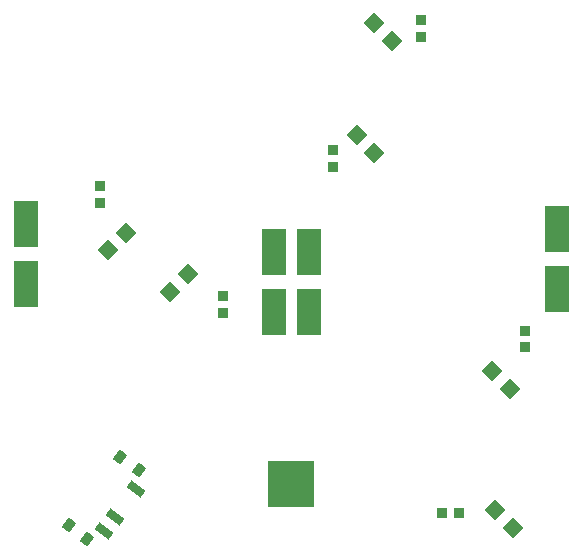
<source format=gtp>
G04*
G04 #@! TF.GenerationSoftware,Altium Limited,Altium Designer,23.1.1 (15)*
G04*
G04 Layer_Color=8421504*
%FSLAX44Y44*%
%MOMM*%
G71*
G04*
G04 #@! TF.SameCoordinates,76C6093D-9881-4B20-89D2-928948A7DA56*
G04*
G04*
G04 #@! TF.FilePolarity,Positive*
G04*
G01*
G75*
%ADD13R,3.9600X3.9600*%
G04:AMPARAMS|DCode=14|XSize=0.7mm|YSize=1.5mm|CornerRadius=0mm|HoleSize=0mm|Usage=FLASHONLY|Rotation=233.000|XOffset=0mm|YOffset=0mm|HoleType=Round|Shape=Rectangle|*
%AMROTATEDRECTD14*
4,1,4,-0.3883,0.7309,0.8096,-0.1718,0.3883,-0.7309,-0.8096,0.1718,-0.3883,0.7309,0.0*
%
%ADD14ROTATEDRECTD14*%

G04:AMPARAMS|DCode=15|XSize=1mm|YSize=0.8mm|CornerRadius=0mm|HoleSize=0mm|Usage=FLASHONLY|Rotation=233.000|XOffset=0mm|YOffset=0mm|HoleType=Round|Shape=Rectangle|*
%AMROTATEDRECTD15*
4,1,4,-0.0186,0.6401,0.6204,0.1586,0.0186,-0.6401,-0.6204,-0.1586,-0.0186,0.6401,0.0*
%
%ADD15ROTATEDRECTD15*%

%ADD16R,0.9621X0.9350*%
%ADD17R,2.0000X4.0000*%
%ADD18P,1.6971X4X360.0*%
%ADD19P,1.6971X4X90.0*%
%ADD20R,0.9350X0.9621*%
D13*
X240000Y60000D02*
D03*
D14*
X90435Y31499D02*
D03*
X81408Y19519D02*
D03*
X108490Y55458D02*
D03*
D15*
X110646Y71363D02*
D03*
X66713Y13063D02*
D03*
X95232Y82978D02*
D03*
X51300Y24678D02*
D03*
D16*
X437500Y189654D02*
D03*
Y175346D02*
D03*
X275000Y342154D02*
D03*
Y327846D02*
D03*
X182351Y218730D02*
D03*
Y204422D02*
D03*
X77500Y297846D02*
D03*
Y312154D02*
D03*
X350000Y452154D02*
D03*
Y437846D02*
D03*
D17*
X255000Y205000D02*
D03*
Y255800D02*
D03*
X225000Y205000D02*
D03*
Y255800D02*
D03*
X465000Y275800D02*
D03*
Y225000D02*
D03*
X15000Y229200D02*
D03*
Y280000D02*
D03*
D18*
X324849Y435151D02*
D03*
X310000Y450000D02*
D03*
Y340000D02*
D03*
X295151Y354849D02*
D03*
X427425Y22575D02*
D03*
X412575Y37425D02*
D03*
X424849Y140151D02*
D03*
X410000Y155000D02*
D03*
D19*
X152425Y237425D02*
D03*
X137575Y222575D02*
D03*
X85075Y257575D02*
D03*
X99925Y272425D02*
D03*
D20*
X382154Y35000D02*
D03*
X367846D02*
D03*
M02*

</source>
